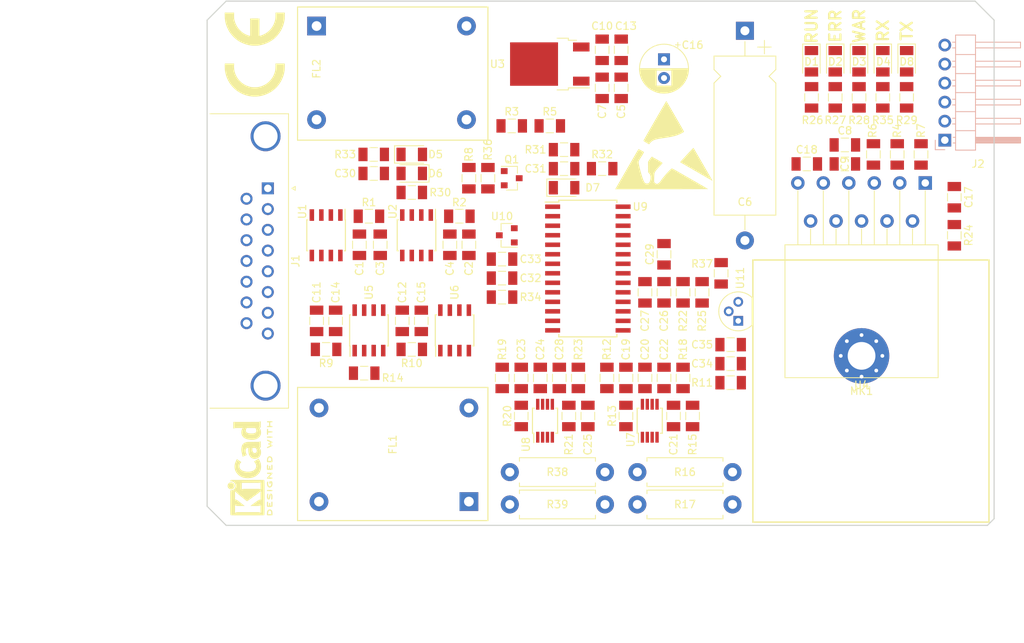
<source format=kicad_pcb>
(kicad_pcb (version 20171130) (host pcbnew "(5.0.0-rc2-dev-444-g2974a2c10)")
  (layers (0 F.Cu signal) (31 B.Cu signal) (34 B.Paste user) (35 F.Paste user) (36 B.SilkS user) (37 F.SilkS user) (38 B.Mask user) (39 F.Mask user) (44 Edge.Cuts user))
  (net 0 "")
  (net 1 "Net-(C1-Pad2)")
  (net 2 GND)
  (net 3 "Net-(C2-Pad2)")
  (net 4 +15V)
  (net 5 +5V)
  (net 6 "Net-(C11-Pad2)")
  (net 7 "Net-(C12-Pad2)")
  (net 8 OCC1)
  (net 9 "Net-(C17-Pad1)")
  (net 10 PWM2)
  (net 11 "Net-(C18-Pad2)")
  (net 12 "Net-(C19-Pad2)")
  (net 13 BMF)
  (net 14 "Net-(C23-Pad2)")
  (net 15 "Net-(C26-Pad2)")
  (net 16 OCC)
  (net 17 CSEN_FLT)
  (net 18 ID_R)
  (net 19 "Net-(C31-Pad2)")
  (net 20 "Net-(D1-Pad2)")
  (net 21 "Net-(D2-Pad2)")
  (net 22 "Net-(D3-Pad2)")
  (net 23 "Net-(D4-Pad2)")
  (net 24 ID)
  (net 25 RST)
  (net 26 OCC2)
  (net 27 PWMO2)
  (net 28 PWMO1)
  (net 29 ICSPDAT)
  (net 30 ICSPCLK)
  (net 31 "Net-(J2-Pad6)")
  (net 32 "Net-(Q1-Pad1)")
  (net 33 "Net-(R3-Pad2)")
  (net 34 BRK)
  (net 35 PWM)
  (net 36 DIR)
  (net 37 "Net-(R8-Pad1)")
  (net 38 "Net-(R13-Pad1)")
  (net 39 "Net-(R13-Pad2)")
  (net 40 TX_ENA)
  (net 41 "Net-(R18-Pad2)")
  (net 42 "Net-(R20-Pad1)")
  (net 43 "Net-(R20-Pad2)")
  (net 44 "Net-(R23-Pad2)")
  (net 45 CSEN)
  (net 46 "Net-(R26-Pad1)")
  (net 47 "Net-(R27-Pad1)")
  (net 48 "Net-(R28-Pad1)")
  (net 49 Reset_A)
  (net 50 Reset_B)
  (net 51 SYNC)
  (net 52 Sync_A)
  (net 53 Sync_B)
  (net 54 TX_B)
  (net 55 TX_A)
  (net 56 TX)
  (net 57 "Net-(U5-Pad1)")
  (net 58 RX_B)
  (net 59 RX_A)
  (net 60 RX)
  (net 61 "Net-(U9-Pad7)")
  (net 62 "Net-(U9-Pad9)")
  (net 63 "Net-(U9-Pad10)")
  (net 64 "Net-(C32-Pad2)")
  (net 65 "Net-(D8-Pad2)")
  (net 66 "Net-(R29-Pad1)")
  (net 67 "Net-(R35-Pad2)")
  (net 68 Vbus_flt)
  (net 69 GNDD)
  (net 70 "Net-(C34-Pad2)")
  (net 71 "Net-(FL2-Pad3)")
  (net 72 Vbus_flt+)
  (net 73 "Net-(U2-Pad2)")
  (net 74 "Net-(U4-Pad9)")
  (net 75 TEMP)
  (net 76 "Net-(R37-Pad1)")
  (net 77 "Net-(C21-Pad2)")
  (net 78 "Net-(C25-Pad2)")
  (net 79 VREF)
  (net 80 "Net-(R16-Pad2)")
  (net 81 "Net-(R17-Pad2)")
  (module Capacitor_SMD:C_1206_3216Metric (layer F.Cu) (at 70.32 82.535 270)
    (fp_text reference C1 (at 3.175 0 270) (layer F.SilkS))
    (fp_text value 22u)
    (pad 2 smd rect (at 1.43 0 270) (size 1.22 1.8) (layers F.Cu F.Paste F.Mask) (net 1 "Net-(C1-Pad2)"))
    (pad 1 smd rect (at -1.43 0 270) (size 1.22 1.8) (layers F.Cu F.Paste F.Mask) (net 2 GND))
  )
  (module Capacitor_SMD:C_1206_3216Metric (layer F.Cu) (at 84.925 82.535 270)
    (fp_text reference C2 (at 3.175 0 270) (layer F.SilkS))
    (fp_text value 22u)
    (pad 1 smd rect (at -1.43 0 270) (size 1.22 1.8) (layers F.Cu F.Paste F.Mask) (net 2 GND))
    (pad 2 smd rect (at 1.43 0 270) (size 1.22 1.8) (layers F.Cu F.Paste F.Mask) (net 3 "Net-(C2-Pad2)"))
  )
  (module Capacitor_SMD:C_1206_3216Metric (layer F.Cu) (at 73.096675 82.535 270)
    (fp_text reference C3 (at 3.175 0 270) (layer F.SilkS))
    (fp_text value 100n)
    (pad 1 smd rect (at -1.43 0 270) (size 1.22 1.8) (layers F.Cu F.Paste F.Mask) (net 2 GND))
    (pad 2 smd rect (at 1.43 0 270) (size 1.22 1.8) (layers F.Cu F.Paste F.Mask) (net 1 "Net-(C1-Pad2)"))
  )
  (module Capacitor_SMD:C_1206_3216Metric (layer F.Cu) (at 82.385 82.535 270)
    (fp_text reference C4 (at 3.175 0 270) (layer F.SilkS))
    (fp_text value 100n)
    (pad 1 smd rect (at -1.43 0 270) (size 1.22 1.8) (layers F.Cu F.Paste F.Mask) (net 2 GND))
    (pad 2 smd rect (at 1.43 0 270) (size 1.22 1.8) (layers F.Cu F.Paste F.Mask) (net 3 "Net-(C2-Pad2)"))
  )
  (module Capacitor_SMD:C_1206_3216Metric (layer F.Cu) (at 105.245 61.58 270)
    (fp_text reference C5 (at 3.175 0 270) (layer F.SilkS))
    (fp_text value 22u)
    (pad 1 smd rect (at -1.43 0 270) (size 1.22 1.8) (layers F.Cu F.Paste F.Mask) (net 2 GND))
    (pad 2 smd rect (at 1.43 0 270) (size 1.22 1.8) (layers F.Cu F.Paste F.Mask) (net 4 +15V))
  )
  (module Capacitor_SMD:C_1206_3216Metric (layer F.Cu) (at 102.705 61.58 270)
    (fp_text reference C7 (at 3.175 0 270) (layer F.SilkS))
    (fp_text value 100n)
    (pad 2 smd rect (at 1.43 0 270) (size 1.22 1.8) (layers F.Cu F.Paste F.Mask) (net 4 +15V))
    (pad 1 smd rect (at -1.43 0 270) (size 1.22 1.8) (layers F.Cu F.Paste F.Mask) (net 2 GND))
  )
  (module Capacitor_SMD:C_1206_3216Metric (layer F.Cu) (at 135.09 69.2)
    (fp_text reference C8 (at 0 -1.905) (layer F.SilkS))
    (fp_text value 22u)
    (pad 1 smd rect (at -1.43 0) (size 1.22 1.8) (layers F.Cu F.Paste F.Mask) (net 2 GND))
    (pad 2 smd rect (at 1.43 0) (size 1.22 1.8) (layers F.Cu F.Paste F.Mask) (net 68 Vbus_flt))
  )
  (module Capacitor_SMD:C_1206_3216Metric (layer F.Cu) (at 135.09 71.74)
    (fp_text reference C9 (at 0 0 90) (layer F.SilkS))
    (fp_text value 100n)
    (pad 2 smd rect (at 1.43 0) (size 1.22 1.8) (layers F.Cu F.Paste F.Mask) (net 68 Vbus_flt))
    (pad 1 smd rect (at -1.43 0) (size 1.22 1.8) (layers F.Cu F.Paste F.Mask) (net 2 GND))
  )
  (module Capacitor_SMD:C_1206_3216Metric (layer F.Cu) (at 102.705 56.5 90)
    (fp_text reference C10 (at 3.175 0 180) (layer F.SilkS))
    (fp_text value 100n)
    (pad 2 smd rect (at 1.43 0 90) (size 1.22 1.8) (layers F.Cu F.Paste F.Mask) (net 5 +5V))
    (pad 1 smd rect (at -1.43 0 90) (size 1.22 1.8) (layers F.Cu F.Paste F.Mask) (net 2 GND))
  )
  (module Capacitor_SMD:C_1206_3216Metric (layer F.Cu) (at 64.605 92.695 90)
    (fp_text reference C11 (at 3.81 0 90) (layer F.SilkS))
    (fp_text value 22u)
    (pad 1 smd rect (at -1.43 0 90) (size 1.22 1.8) (layers F.Cu F.Paste F.Mask) (net 2 GND))
    (pad 2 smd rect (at 1.43 0 90) (size 1.22 1.8) (layers F.Cu F.Paste F.Mask) (net 6 "Net-(C11-Pad2)"))
  )
  (module Capacitor_SMD:C_1206_3216Metric (layer F.Cu) (at 76.035 92.695 90)
    (fp_text reference C12 (at 3.81 0 90) (layer F.SilkS))
    (fp_text value 22u)
    (pad 2 smd rect (at 1.43 0 90) (size 1.22 1.8) (layers F.Cu F.Paste F.Mask) (net 7 "Net-(C12-Pad2)"))
    (pad 1 smd rect (at -1.43 0 90) (size 1.22 1.8) (layers F.Cu F.Paste F.Mask) (net 2 GND))
  )
  (module Capacitor_SMD:C_1206_3216Metric (layer F.Cu) (at 105.245 56.5 90)
    (fp_text reference C13 (at 3.175 0.635 180) (layer F.SilkS))
    (fp_text value 22u)
    (pad 1 smd rect (at -1.43 0 90) (size 1.22 1.8) (layers F.Cu F.Paste F.Mask) (net 2 GND))
    (pad 2 smd rect (at 1.43 0 90) (size 1.22 1.8) (layers F.Cu F.Paste F.Mask) (net 5 +5V))
  )
  (module Capacitor_SMD:C_1206_3216Metric (layer F.Cu) (at 67.145 92.695 90)
    (fp_text reference C14 (at 3.81 0 90) (layer F.SilkS))
    (fp_text value 100n)
    (pad 1 smd rect (at -1.43 0 90) (size 1.22 1.8) (layers F.Cu F.Paste F.Mask) (net 2 GND))
    (pad 2 smd rect (at 1.43 0 90) (size 1.22 1.8) (layers F.Cu F.Paste F.Mask) (net 6 "Net-(C11-Pad2)"))
  )
  (module Capacitor_SMD:C_1206_3216Metric (layer F.Cu) (at 78.575 92.695 90)
    (fp_text reference C15 (at 3.81 0 90) (layer F.SilkS))
    (fp_text value 100n)
    (pad 2 smd rect (at 1.43 0 90) (size 1.22 1.8) (layers F.Cu F.Paste F.Mask) (net 7 "Net-(C12-Pad2)"))
    (pad 1 smd rect (at -1.43 0 90) (size 1.22 1.8) (layers F.Cu F.Paste F.Mask) (net 2 GND))
  )
  (module Capacitor_THT:CP_Radial_D6.3mm_P2.50mm (layer F.Cu) (at 110.96 57.77 270)
    (fp_text reference C16 (at -1.905 -3.81) (layer F.SilkS))
    (fp_text value 100u)
    (pad 1 thru_hole rect (at 0 0 270) (size 1.6 1.6) (drill 0.8) (layers *.Cu *.Mask) (net 5 +5V))
    (pad 2 thru_hole circle (at 2.5 0 270) (size 1.6 1.6) (drill 0.8) (layers *.Cu *.Mask) (net 2 GND))
  )
  (module Capacitor_SMD:C_1206_3216Metric (layer F.Cu) (at 149.695 76.185 270)
    (fp_text reference C17 (at 0 -1.905 270) (layer F.SilkS))
    (fp_text value 10n)
    (pad 2 smd rect (at 1.43 0 270) (size 1.22 1.8) (layers F.Cu F.Paste F.Mask) (net 8 OCC1))
    (pad 1 smd rect (at -1.43 0 270) (size 1.22 1.8) (layers F.Cu F.Paste F.Mask) (net 9 "Net-(C17-Pad1)"))
  )
  (module Capacitor_SMD:C_1206_3216Metric (layer F.Cu) (at 130.01 71.74 180)
    (fp_text reference C18 (at 0 1.905 180) (layer F.SilkS))
    (fp_text value 10n)
    (pad 1 smd rect (at -1.43 0 180) (size 1.22 1.8) (layers F.Cu F.Paste F.Mask) (net 10 PWM2))
    (pad 2 smd rect (at 1.43 0 180) (size 1.22 1.8) (layers F.Cu F.Paste F.Mask) (net 11 "Net-(C18-Pad2)"))
  )
  (module Capacitor_SMD:C_1206_3216Metric (layer F.Cu) (at 105.88 100.315 270)
    (fp_text reference C19 (at -3.81 0 270) (layer F.SilkS))
    (fp_text value 22u)
    (pad 1 smd rect (at -1.43 0 270) (size 1.22 1.8) (layers F.Cu F.Paste F.Mask) (net 2 GND))
    (pad 2 smd rect (at 1.43 0 270) (size 1.22 1.8) (layers F.Cu F.Paste F.Mask) (net 12 "Net-(C19-Pad2)"))
  )
  (module Capacitor_SMD:C_1206_3216Metric (layer F.Cu) (at 108.42 100.315 270)
    (fp_text reference C20 (at -3.81 0 270) (layer F.SilkS))
    (fp_text value 100n)
    (pad 2 smd rect (at 1.43 0 270) (size 1.22 1.8) (layers F.Cu F.Paste F.Mask) (net 12 "Net-(C19-Pad2)"))
    (pad 1 smd rect (at -1.43 0 270) (size 1.22 1.8) (layers F.Cu F.Paste F.Mask) (net 2 GND))
  )
  (module Capacitor_SMD:C_1206_3216Metric (layer F.Cu) (at 112.23 105.395 90)
    (fp_text reference C21 (at -3.81 0 90) (layer F.SilkS))
    (fp_text value 100n)
    (pad 2 smd rect (at 1.43 0 90) (size 1.22 1.8) (layers F.Cu F.Paste F.Mask) (net 77 "Net-(C21-Pad2)"))
    (pad 1 smd rect (at -1.43 0 90) (size 1.22 1.8) (layers F.Cu F.Paste F.Mask) (net 2 GND))
  )
  (module Capacitor_SMD:C_1206_3216Metric (layer F.Cu) (at 110.96 100.315 270)
    (fp_text reference C22 (at -3.81 0 270) (layer F.SilkS))
    (fp_text value 1u)
    (pad 1 smd rect (at -1.43 0 270) (size 1.22 1.8) (layers F.Cu F.Paste F.Mask) (net 2 GND))
    (pad 2 smd rect (at 1.43 0 270) (size 1.22 1.8) (layers F.Cu F.Paste F.Mask) (net 13 BMF))
  )
  (module Capacitor_SMD:C_1206_3216Metric (layer F.Cu) (at 91.91 100.315 270)
    (fp_text reference C23 (at -3.81 0 270) (layer F.SilkS))
    (fp_text value 22u)
    (pad 2 smd rect (at 1.43 0 270) (size 1.22 1.8) (layers F.Cu F.Paste F.Mask) (net 14 "Net-(C23-Pad2)"))
    (pad 1 smd rect (at -1.43 0 270) (size 1.22 1.8) (layers F.Cu F.Paste F.Mask) (net 2 GND))
  )
  (module Capacitor_SMD:C_1206_3216Metric (layer F.Cu) (at 94.45 100.315 270)
    (fp_text reference C24 (at -3.81 0 270) (layer F.SilkS))
    (fp_text value 100n)
    (pad 1 smd rect (at -1.43 0 270) (size 1.22 1.8) (layers F.Cu F.Paste F.Mask) (net 2 GND))
    (pad 2 smd rect (at 1.43 0 270) (size 1.22 1.8) (layers F.Cu F.Paste F.Mask) (net 14 "Net-(C23-Pad2)"))
  )
  (module Capacitor_SMD:C_1206_3216Metric (layer F.Cu) (at 100.8 105.395 90)
    (fp_text reference C25 (at -3.81 0 90) (layer F.SilkS))
    (fp_text value 100n)
    (pad 1 smd rect (at -1.43 0 90) (size 1.22 1.8) (layers F.Cu F.Paste F.Mask) (net 2 GND))
    (pad 2 smd rect (at 1.43 0 90) (size 1.22 1.8) (layers F.Cu F.Paste F.Mask) (net 78 "Net-(C25-Pad2)"))
  )
  (module Capacitor_SMD:C_1206_3216Metric (layer F.Cu) (at 110.96 88.882479 90)
    (fp_text reference C26 (at -3.81 0 90) (layer F.SilkS))
    (fp_text value 22u)
    (pad 2 smd rect (at 1.43 0 90) (size 1.22 1.8) (layers F.Cu F.Paste F.Mask) (net 15 "Net-(C26-Pad2)"))
    (pad 1 smd rect (at -1.43 0 90) (size 1.22 1.8) (layers F.Cu F.Paste F.Mask) (net 2 GND))
  )
  (module Capacitor_SMD:C_1206_3216Metric (layer F.Cu) (at 108.42 88.885 90)
    (fp_text reference C27 (at -3.81 0 90) (layer F.SilkS))
    (fp_text value 100n)
    (pad 1 smd rect (at -1.43 0 90) (size 1.22 1.8) (layers F.Cu F.Paste F.Mask) (net 2 GND))
    (pad 2 smd rect (at 1.43 0 90) (size 1.22 1.8) (layers F.Cu F.Paste F.Mask) (net 15 "Net-(C26-Pad2)"))
  )
  (module Capacitor_SMD:C_1206_3216Metric (layer F.Cu) (at 96.99 100.315 270)
    (fp_text reference C28 (at -3.81 0 270) (layer F.SilkS))
    (fp_text value 1u)
    (pad 1 smd rect (at -1.43 0 270) (size 1.22 1.8) (layers F.Cu F.Paste F.Mask) (net 2 GND))
    (pad 2 smd rect (at 1.43 0 270) (size 1.22 1.8) (layers F.Cu F.Paste F.Mask) (net 16 OCC))
  )
  (module Capacitor_SMD:C_1206_3216Metric (layer F.Cu) (at 110.96 83.805 270)
    (fp_text reference C29 (at 0 1.905 270) (layer F.SilkS))
    (fp_text value 22u)
    (pad 2 smd rect (at 1.43 0 270) (size 1.22 1.8) (layers F.Cu F.Paste F.Mask) (net 17 CSEN_FLT))
    (pad 1 smd rect (at -1.43 0 270) (size 1.22 1.8) (layers F.Cu F.Paste F.Mask) (net 2 GND))
  )
  (module Capacitor_SMD:C_1206_3216Metric (layer F.Cu) (at 72.225 73.01 180)
    (fp_text reference C30 (at 3.81 0 180) (layer F.SilkS))
    (fp_text value 22u)
    (pad 2 smd rect (at 1.43 0 180) (size 1.22 1.8) (layers F.Cu F.Paste F.Mask) (net 18 ID_R))
    (pad 1 smd rect (at -1.43 0 180) (size 1.22 1.8) (layers F.Cu F.Paste F.Mask) (net 2 GND))
  )
  (module Capacitor_SMD:C_1206_3216Metric (layer F.Cu) (at 97.625 72.375)
    (fp_text reference C31 (at -3.81 0) (layer F.SilkS))
    (fp_text value 100n)
    (pad 2 smd rect (at 1.43 0) (size 1.22 1.8) (layers F.Cu F.Paste F.Mask) (net 19 "Net-(C31-Pad2)"))
    (pad 1 smd rect (at -1.43 0) (size 1.22 1.8) (layers F.Cu F.Paste F.Mask) (net 2 GND))
  )
  (module LED_SMD:LED_1206_3216Metric (layer F.Cu) (at 130.629947 58.030757 270)
    (fp_text reference D1 (at 0.056743 -0.015053) (layer F.SilkS))
    (fp_text value LED)
    (pad 1 smd rect (at -1.43 0 270) (size 1.22 1.8) (layers F.Cu F.Paste F.Mask) (net 2 GND))
    (pad 2 smd rect (at 1.43 0 270) (size 1.22 1.8) (layers F.Cu F.Paste F.Mask) (net 20 "Net-(D1-Pad2)"))
  )
  (module LED_SMD:LED_1206_3216Metric (layer F.Cu) (at 133.804947 58.030757 270)
    (fp_text reference D2 (at 0.056743 -0.015053) (layer F.SilkS))
    (fp_text value LED)
    (pad 1 smd rect (at -1.43 0 270) (size 1.22 1.8) (layers F.Cu F.Paste F.Mask) (net 2 GND))
    (pad 2 smd rect (at 1.43 0 270) (size 1.22 1.8) (layers F.Cu F.Paste F.Mask) (net 21 "Net-(D2-Pad2)"))
  )
  (module LED_SMD:LED_1206_3216Metric (layer F.Cu) (at 136.979947 58.030757 270)
    (fp_text reference D3 (at 0.056743 -0.015053) (layer F.SilkS))
    (fp_text value LED)
    (pad 2 smd rect (at 1.43 0 270) (size 1.22 1.8) (layers F.Cu F.Paste F.Mask) (net 22 "Net-(D3-Pad2)"))
    (pad 1 smd rect (at -1.43 0 270) (size 1.22 1.8) (layers F.Cu F.Paste F.Mask) (net 2 GND))
  )
  (module LED_SMD:LED_1206_3216Metric (layer F.Cu) (at 140.154947 58.030757 270)
    (fp_text reference D4 (at 0.056743 -0.078553) (layer F.SilkS))
    (fp_text value LED)
    (pad 2 smd rect (at 1.43 0 270) (size 1.22 1.8) (layers F.Cu F.Paste F.Mask) (net 23 "Net-(D4-Pad2)"))
    (pad 1 smd rect (at -1.43 0 270) (size 1.22 1.8) (layers F.Cu F.Paste F.Mask) (net 2 GND))
  )
  (module Diode_SMD:D_1206_3216Metric (layer F.Cu) (at 77.305 70.47)
    (fp_text reference D5 (at 3.175 0) (layer F.SilkS))
    (fp_text value 1n4148)
    (pad 1 smd rect (at -1.43 0) (size 1.22 1.8) (layers F.Cu F.Paste F.Mask) (net 5 +5V))
    (pad 2 smd rect (at 1.43 0) (size 1.22 1.8) (layers F.Cu F.Paste F.Mask) (net 24 ID))
  )
  (module Diode_SMD:D_1206_3216Metric (layer F.Cu) (at 77.305 73.01 180)
    (fp_text reference D6 (at -3.175 0 180) (layer F.SilkS))
    (fp_text value 1n4148)
    (pad 2 smd rect (at 1.43 0 180) (size 1.22 1.8) (layers F.Cu F.Paste F.Mask) (net 2 GND))
    (pad 1 smd rect (at -1.43 0 180) (size 1.22 1.8) (layers F.Cu F.Paste F.Mask) (net 24 ID))
  )
  (module Diode_SMD:D_1206_3216Metric (layer F.Cu) (at 97.625 74.915)
    (fp_text reference D7 (at 3.81 0) (layer F.SilkS))
    (fp_text value 1n4148)
    (pad 1 smd rect (at -1.43 0) (size 1.22 1.8) (layers F.Cu F.Paste F.Mask) (net 25 RST))
    (pad 2 smd rect (at 1.43 0) (size 1.22 1.8) (layers F.Cu F.Paste F.Mask) (net 19 "Net-(C31-Pad2)"))
  )
  (module Package_TO_SOT_SMD:SOT-23 (layer F.Cu) (at 90.64 73.645)
    (fp_text reference Q1 (at 0 -2.5) (layer F.SilkS))
    (fp_text value 2N7002)
    (pad 1 smd rect (at -1 -0.95) (size 0.9 0.8) (layers F.Cu F.Paste F.Mask) (net 32 "Net-(Q1-Pad1)"))
    (pad 2 smd rect (at -1 0.95) (size 0.9 0.8) (layers F.Cu F.Paste F.Mask) (net 2 GND))
    (pad 3 smd rect (at 1 0) (size 0.9 0.8) (layers F.Cu F.Paste F.Mask) (net 25 RST))
  )
  (module Resistor_SMD:R_1206_3216Metric (layer F.Cu) (at 71.59 78.725)
    (fp_text reference R1 (at 0 -1.85) (layer F.SilkS))
    (fp_text value 10E)
    (pad 2 smd rect (at 1.43 0) (size 1.22 1.8) (layers F.Cu F.Paste F.Mask) (net 5 +5V))
    (pad 1 smd rect (at -1.43 0) (size 1.22 1.8) (layers F.Cu F.Paste F.Mask) (net 1 "Net-(C1-Pad2)"))
  )
  (module Resistor_SMD:R_1206_3216Metric (layer F.Cu) (at 83.655 78.725)
    (fp_text reference R2 (at 0 -1.85) (layer F.SilkS))
    (fp_text value 10E)
    (pad 2 smd rect (at 1.43 0) (size 1.22 1.8) (layers F.Cu F.Paste F.Mask) (net 5 +5V))
    (pad 1 smd rect (at -1.43 0) (size 1.22 1.8) (layers F.Cu F.Paste F.Mask) (net 3 "Net-(C2-Pad2)"))
  )
  (module Resistor_SMD:R_1206_3216Metric (layer F.Cu) (at 90.64 66.66)
    (fp_text reference R3 (at 0 -1.905) (layer F.SilkS))
    (fp_text value 10E)
    (pad 2 smd rect (at 1.43 0) (size 1.22 1.8) (layers F.Cu F.Paste F.Mask) (net 33 "Net-(R3-Pad2)"))
    (pad 1 smd rect (at -1.43 0) (size 1.22 1.8) (layers F.Cu F.Paste F.Mask) (net 72 Vbus_flt+))
  )
  (module Resistor_SMD:R_1206_3216Metric (layer F.Cu) (at 142.075 70.47 90)
    (fp_text reference R4 (at 3.175 0 270) (layer F.SilkS))
    (fp_text value 4K7)
    (pad 2 smd rect (at 1.43 0 90) (size 1.22 1.8) (layers F.Cu F.Paste F.Mask) (net 5 +5V))
    (pad 1 smd rect (at -1.43 0 90) (size 1.22 1.8) (layers F.Cu F.Paste F.Mask) (net 34 BRK))
  )
  (module Resistor_SMD:R_1206_3216Metric (layer F.Cu) (at 95.72 66.66)
    (fp_text reference R5 (at 0 -1.905) (layer F.SilkS))
    (fp_text value 10E)
    (pad 1 smd rect (at -1.43 0) (size 1.22 1.8) (layers F.Cu F.Paste F.Mask) (net 33 "Net-(R3-Pad2)"))
    (pad 2 smd rect (at 1.43 0) (size 1.22 1.8) (layers F.Cu F.Paste F.Mask) (net 4 +15V))
  )
  (module Resistor_SMD:R_1206_3216Metric (layer F.Cu) (at 138.9 70.47 270)
    (fp_text reference R6 (at -3.175 0.11684 270) (layer F.SilkS))
    (fp_text value 4K7)
    (pad 1 smd rect (at -1.43 0 270) (size 1.22 1.8) (layers F.Cu F.Paste F.Mask) (net 2 GND))
    (pad 2 smd rect (at 1.43 0 270) (size 1.22 1.8) (layers F.Cu F.Paste F.Mask) (net 35 PWM))
  )
  (module Resistor_SMD:R_1206_3216Metric (layer F.Cu) (at 145.25 70.47 270)
    (fp_text reference R7 (at -3.175 0 270) (layer F.SilkS))
    (fp_text value 4K7)
    (pad 1 smd rect (at -1.43 0 270) (size 1.22 1.8) (layers F.Cu F.Paste F.Mask) (net 2 GND))
    (pad 2 smd rect (at 1.43 0 270) (size 1.22 1.8) (layers F.Cu F.Paste F.Mask) (net 36 DIR))
  )
  (module Resistor_SMD:R_1206_3216Metric (layer F.Cu) (at 84.925 73.645 90)
    (fp_text reference R8 (at 3.175 0 90) (layer F.SilkS))
    (fp_text value 100E)
    (pad 1 smd rect (at -1.43 0 90) (size 1.22 1.8) (layers F.Cu F.Paste F.Mask) (net 37 "Net-(R8-Pad1)"))
    (pad 2 smd rect (at 1.43 0 90) (size 1.22 1.8) (layers F.Cu F.Paste F.Mask) (net 32 "Net-(Q1-Pad1)"))
  )
  (module Resistor_SMD:R_1206_3216Metric (layer F.Cu) (at 65.875 96.505 180)
    (fp_text reference R9 (at 0 -1.85 180) (layer F.SilkS))
    (fp_text value 10E)
    (pad 1 smd rect (at -1.43 0 180) (size 1.22 1.8) (layers F.Cu F.Paste F.Mask) (net 6 "Net-(C11-Pad2)"))
    (pad 2 smd rect (at 1.43 0 180) (size 1.22 1.8) (layers F.Cu F.Paste F.Mask) (net 5 +5V))
  )
  (module Resistor_SMD:R_1206_3216Metric (layer F.Cu) (at 77.305 96.505 180)
    (fp_text reference R10 (at 0 -1.85 180) (layer F.SilkS))
    (fp_text value 10E)
    (pad 1 smd rect (at -1.43 0 180) (size 1.22 1.8) (layers F.Cu F.Paste F.Mask) (net 7 "Net-(C12-Pad2)"))
    (pad 2 smd rect (at 1.43 0 180) (size 1.22 1.8) (layers F.Cu F.Paste F.Mask) (net 5 +5V))
  )
  (module Resistor_SMD:R_1206_3216Metric (layer F.Cu) (at 119.85 100.95)
    (fp_text reference R11 (at -3.81 0) (layer F.SilkS))
    (fp_text value 10E)
    (pad 2 smd rect (at 1.43 0) (size 1.22 1.8) (layers F.Cu F.Paste F.Mask) (net 5 +5V))
    (pad 1 smd rect (at -1.43 0) (size 1.22 1.8) (layers F.Cu F.Paste F.Mask) (net 70 "Net-(C34-Pad2)"))
  )
  (module Resistor_SMD:R_1206_3216Metric (layer F.Cu) (at 103.34 100.315 270)
    (fp_text reference R12 (at -3.81 0 270) (layer F.SilkS))
    (fp_text value 10E)
    (pad 2 smd rect (at 1.43 0 270) (size 1.22 1.8) (layers F.Cu F.Paste F.Mask) (net 12 "Net-(C19-Pad2)"))
    (pad 1 smd rect (at -1.43 0 270) (size 1.22 1.8) (layers F.Cu F.Paste F.Mask) (net 5 +5V))
  )
  (module Resistor_SMD:R_1206_3216Metric (layer F.Cu) (at 105.88 105.395 90)
    (fp_text reference R13 (at 0 -1.85 90) (layer F.SilkS))
    (fp_text value 10E)
    (pad 1 smd rect (at -1.43 0 90) (size 1.22 1.8) (layers F.Cu F.Paste F.Mask) (net 38 "Net-(R13-Pad1)"))
    (pad 2 smd rect (at 1.43 0 90) (size 1.22 1.8) (layers F.Cu F.Paste F.Mask) (net 39 "Net-(R13-Pad2)"))
  )
  (module Resistor_SMD:R_1206_3216Metric (layer F.Cu) (at 70.955 99.68)
    (fp_text reference R14 (at 3.81 0.635) (layer F.SilkS))
    (fp_text value 4K7)
    (pad 2 smd rect (at 1.43 0) (size 1.22 1.8) (layers F.Cu F.Paste F.Mask) (net 40 TX_ENA))
    (pad 1 smd rect (at -1.43 0) (size 1.22 1.8) (layers F.Cu F.Paste F.Mask) (net 2 GND))
  )
  (module Resistor_SMD:R_1206_3216Metric (layer F.Cu) (at 114.77 105.395 270)
    (fp_text reference R15 (at 3.81 0 270) (layer F.SilkS))
    (fp_text value 10E)
    (pad 2 smd rect (at 1.43 0 270) (size 1.22 1.8) (layers F.Cu F.Paste F.Mask) (net 77 "Net-(C21-Pad2)"))
    (pad 1 smd rect (at -1.43 0 270) (size 1.22 1.8) (layers F.Cu F.Paste F.Mask) (net 79 VREF))
  )
  (module Resistor_SMD:R_1206_3216Metric (layer F.Cu) (at 113.5 100.315 90)
    (fp_text reference R18 (at 3.81 0 90) (layer F.SilkS))
    (fp_text value 100E)
    (pad 1 smd rect (at -1.43 0 90) (size 1.22 1.8) (layers F.Cu F.Paste F.Mask) (net 13 BMF))
    (pad 2 smd rect (at 1.43 0 90) (size 1.22 1.8) (layers F.Cu F.Paste F.Mask) (net 41 "Net-(R18-Pad2)"))
  )
  (module Resistor_SMD:R_1206_3216Metric (layer F.Cu) (at 89.37 100.315 270)
    (fp_text reference R19 (at -3.81 0 270) (layer F.SilkS))
    (fp_text value 10E)
    (pad 2 smd rect (at 1.43 0 270) (size 1.22 1.8) (layers F.Cu F.Paste F.Mask) (net 14 "Net-(C23-Pad2)"))
    (pad 1 smd rect (at -1.43 0 270) (size 1.22 1.8) (layers F.Cu F.Paste F.Mask) (net 5 +5V))
  )
  (module Resistor_SMD:R_1206_3216Metric (layer F.Cu) (at 91.91 105.395 90)
    (fp_text reference R20 (at 0 -1.85 90) (layer F.SilkS))
    (fp_text value 10E)
    (pad 1 smd rect (at -1.43 0 90) (size 1.22 1.8) (layers F.Cu F.Paste F.Mask) (net 42 "Net-(R20-Pad1)"))
    (pad 2 smd rect (at 1.43 0 90) (size 1.22 1.8) (layers F.Cu F.Paste F.Mask) (net 43 "Net-(R20-Pad2)"))
  )
  (module Resistor_SMD:R_1206_3216Metric (layer F.Cu) (at 98.26 105.395 270)
    (fp_text reference R21 (at 3.81 0 270) (layer F.SilkS))
    (fp_text value 10E)
    (pad 2 smd rect (at 1.43 0 270) (size 1.22 1.8) (layers F.Cu F.Paste F.Mask) (net 78 "Net-(C25-Pad2)"))
    (pad 1 smd rect (at -1.43 0 270) (size 1.22 1.8) (layers F.Cu F.Paste F.Mask) (net 79 VREF))
  )
  (module Resistor_SMD:R_1206_3216Metric (layer F.Cu) (at 113.5 88.882479 90)
    (fp_text reference R22 (at -3.81 0 90) (layer F.SilkS))
    (fp_text value 10E)
    (pad 1 smd rect (at -1.43 0 90) (size 1.22 1.8) (layers F.Cu F.Paste F.Mask) (net 5 +5V))
    (pad 2 smd rect (at 1.43 0 90) (size 1.22 1.8) (layers F.Cu F.Paste F.Mask) (net 15 "Net-(C26-Pad2)"))
  )
  (module Resistor_SMD:R_1206_3216Metric (layer F.Cu) (at 99.53 100.315 90)
    (fp_text reference R23 (at 3.81 0 90) (layer F.SilkS))
    (fp_text value 100E)
    (pad 1 smd rect (at -1.43 0 90) (size 1.22 1.8) (layers F.Cu F.Paste F.Mask) (net 16 OCC))
    (pad 2 smd rect (at 1.43 0 90) (size 1.22 1.8) (layers F.Cu F.Paste F.Mask) (net 44 "Net-(R23-Pad2)"))
  )
  (module Resistor_SMD:R_1206_3216Metric (layer F.Cu) (at 149.695 81.265 270)
    (fp_text reference R24 (at 0 -1.905 270) (layer F.SilkS))
    (fp_text value 3K3)
    (pad 2 smd rect (at 1.43 0 270) (size 1.22 1.8) (layers F.Cu F.Paste F.Mask) (net 45 CSEN))
    (pad 1 smd rect (at -1.43 0 270) (size 1.22 1.8) (layers F.Cu F.Paste F.Mask) (net 2 GND))
  )
  (module Resistor_SMD:R_1206_3216Metric (layer F.Cu) (at 116.04 88.885 90)
    (fp_text reference R25 (at -3.81 0 90) (layer F.SilkS))
    (fp_text value 1K)
    (pad 1 smd rect (at -1.43 0 90) (size 1.22 1.8) (layers F.Cu F.Paste F.Mask) (net 45 CSEN))
    (pad 2 smd rect (at 1.43 0 90) (size 1.22 1.8) (layers F.Cu F.Paste F.Mask) (net 17 CSEN_FLT))
  )
  (module Resistor_SMD:R_1206_3216Metric (layer F.Cu) (at 130.645 62.85 90)
    (fp_text reference R26 (at -3.048 0.127 180) (layer F.SilkS))
    (fp_text value 330E)
    (pad 2 smd rect (at 1.43 0 90) (size 1.22 1.8) (layers F.Cu F.Paste F.Mask) (net 20 "Net-(D1-Pad2)"))
    (pad 1 smd rect (at -1.43 0 90) (size 1.22 1.8) (layers F.Cu F.Paste F.Mask) (net 46 "Net-(R26-Pad1)"))
  )
  (module Resistor_SMD:R_1206_3216Metric (layer F.Cu) (at 133.804947 62.85 90)
    (fp_text reference R27 (at -3.048 0.015053 180) (layer F.SilkS))
    (fp_text value 330E)
    (pad 1 smd rect (at -1.43 0 90) (size 1.22 1.8) (layers F.Cu F.Paste F.Mask) (net 47 "Net-(R27-Pad1)"))
    (pad 2 smd rect (at 1.43 0 90) (size 1.22 1.8) (layers F.Cu F.Paste F.Mask) (net 21 "Net-(D2-Pad2)"))
  )
  (module Resistor_SMD:R_1206_3216Metric (layer F.Cu) (at 136.979947 62.85 90)
    (fp_text reference R28 (at -3.048 0.015053 180) (layer F.SilkS))
    (fp_text value 330E)
    (pad 2 smd rect (at 1.43 0 90) (size 1.22 1.8) (layers F.Cu F.Paste F.Mask) (net 22 "Net-(D3-Pad2)"))
    (pad 1 smd rect (at -1.43 0 90) (size 1.22 1.8) (layers F.Cu F.Paste F.Mask) (net 48 "Net-(R28-Pad1)"))
  )
  (module Resistor_SMD:R_1206_3216Metric (layer F.Cu) (at 143.329947 62.85 90)
    (fp_text reference R29 (at -3.048 0.015053 180) (layer F.SilkS))
    (fp_text value 330E)
    (pad 2 smd rect (at 1.43 0 90) (size 1.22 1.8) (layers F.Cu F.Paste F.Mask) (net 65 "Net-(D8-Pad2)"))
    (pad 1 smd rect (at -1.43 0 90) (size 1.22 1.8) (layers F.Cu F.Paste F.Mask) (net 66 "Net-(R29-Pad1)"))
  )
  (module Resistor_SMD:R_1206_3216Metric (layer F.Cu) (at 77.305 75.55)
    (fp_text reference R30 (at 3.81 0) (layer F.SilkS))
    (fp_text value 1K)
    (pad 1 smd rect (at -1.43 0) (size 1.22 1.8) (layers F.Cu F.Paste F.Mask) (net 18 ID_R))
    (pad 2 smd rect (at 1.43 0) (size 1.22 1.8) (layers F.Cu F.Paste F.Mask) (net 24 ID))
  )
  (module Resistor_SMD:R_1206_3216Metric (layer F.Cu) (at 97.625 69.835 180)
    (fp_text reference R31 (at 3.81 0 180) (layer F.SilkS))
    (fp_text value 100K)
    (pad 1 smd rect (at -1.43 0 180) (size 1.22 1.8) (layers F.Cu F.Paste F.Mask) (net 19 "Net-(C31-Pad2)"))
    (pad 2 smd rect (at 1.43 0 180) (size 1.22 1.8) (layers F.Cu F.Paste F.Mask) (net 2 GND))
  )
  (module Resistor_SMD:R_1206_3216Metric (layer F.Cu) (at 102.705 72.372479 180)
    (fp_text reference R32 (at 0 1.905 180) (layer F.SilkS))
    (fp_text value 10K)
    (pad 1 smd rect (at -1.43 0 180) (size 1.22 1.8) (layers F.Cu F.Paste F.Mask) (net 5 +5V))
    (pad 2 smd rect (at 1.43 0 180) (size 1.22 1.8) (layers F.Cu F.Paste F.Mask) (net 19 "Net-(C31-Pad2)"))
  )
  (module Resistor_SMD:R_1206_3216Metric (layer F.Cu) (at 72.225 70.47 180)
    (fp_text reference R33 (at 3.81 0 180) (layer F.SilkS))
    (fp_text value 1K)
    (pad 2 smd rect (at 1.43 0 180) (size 1.22 1.8) (layers F.Cu F.Paste F.Mask) (net 18 ID_R))
    (pad 1 smd rect (at -1.43 0 180) (size 1.22 1.8) (layers F.Cu F.Paste F.Mask) (net 5 +5V))
  )
  (module Package_SO:SOIC-8_3.9x4.9mm_P1.27mm (layer F.Cu) (at 65.875 81.265 270)
    (fp_text reference U1 (at -3.175 3.175 270) (layer F.SilkS))
    (fp_text value ST485EBDR)
    (pad 1 smd rect (at -2.7 -1.905 270) (size 1.55 0.6) (layers F.Cu F.Paste F.Mask) (net 37 "Net-(R8-Pad1)"))
    (pad 2 smd rect (at -2.7 -0.635 270) (size 1.55 0.6) (layers F.Cu F.Paste F.Mask) (net 2 GND))
    (pad 3 smd rect (at -2.7 0.635 270) (size 1.55 0.6) (layers F.Cu F.Paste F.Mask) (net 2 GND))
    (pad 4 smd rect (at -2.7 1.905 270) (size 1.55 0.6) (layers F.Cu F.Paste F.Mask) (net 2 GND))
    (pad 5 smd rect (at 2.7 1.905 270) (size 1.55 0.6) (layers F.Cu F.Paste F.Mask) (net 2 GND))
    (pad 6 smd rect (at 2.7 0.635 270) (size 1.55 0.6) (layers F.Cu F.Paste F.Mask) (net 49 Reset_A))
    (pad 7 smd rect (at 2.7 -0.635 270) (size 1.55 0.6) (layers F.Cu F.Paste F.Mask) (net 50 Reset_B))
    (pad 8 smd rect (at 2.7 -1.905 270) (size 1.55 0.6) (layers F.Cu F.Paste F.Mask) (net 1 "Net-(C1-Pad2)"))
  )
  (module Package_SO:SOIC-8_3.9x4.9mm_P1.27mm (layer F.Cu) (at 77.94 81.265 270)
    (fp_text reference U2 (at -3.175 3.175 270) (layer F.SilkS))
    (fp_text value ST485EBDR)
    (pad 1 smd rect (at -2.7 -1.905 270) (size 1.55 0.6) (layers F.Cu F.Paste F.Mask) (net 51 SYNC))
    (pad 2 smd rect (at -2.7 -0.635 270) (size 1.55 0.6) (layers F.Cu F.Paste F.Mask) (net 73 "Net-(U2-Pad2)"))
    (pad 3 smd rect (at -2.7 0.635 270) (size 1.55 0.6) (layers F.Cu F.Paste F.Mask) (net 73 "Net-(U2-Pad2)"))
    (pad 4 smd rect (at -2.7 1.905 270) (size 1.55 0.6) (layers F.Cu F.Paste F.Mask) (net 73 "Net-(U2-Pad2)"))
    (pad 5 smd rect (at 2.7 1.905 270) (size 1.55 0.6) (layers F.Cu F.Paste F.Mask) (net 73 "Net-(U2-Pad2)"))
    (pad 6 smd rect (at 2.7 0.635 270) (size 1.55 0.6) (layers F.Cu F.Paste F.Mask) (net 52 Sync_A))
    (pad 7 smd rect (at 2.7 -0.635 270) (size 1.55 0.6) (layers F.Cu F.Paste F.Mask) (net 53 Sync_B))
    (pad 8 smd rect (at 2.7 -1.905 270) (size 1.55 0.6) (layers F.Cu F.Paste F.Mask) (net 3 "Net-(C2-Pad2)"))
  )
  (module Package_TO_SOT_SMD:TO-252-2 (layer F.Cu) (at 95.72 58.405 180)
    (fp_text reference U3 (at 6.985 0 180) (layer F.SilkS))
    (fp_text value LM78M05_TO252)
    (pad 1 smd rect (at -4.2 -2.28 180) (size 2.2 1.2) (layers F.Cu F.Paste F.Mask) (net 4 +15V))
    (pad 3 smd rect (at -4.2 2.28 180) (size 2.2 1.2) (layers F.Cu F.Paste F.Mask) (net 5 +5V))
    (pad 2 smd rect (at 2.1 0 180) (size 6.4 5.8) (layers F.Cu F.Mask) (net 2 GND))
  )
  (module Package_SO:SOIC-8_3.9x4.9mm_P1.27mm (layer F.Cu) (at 71.59 93.965 90)
    (fp_text reference U5 (at 5.08 0 90) (layer F.SilkS))
    (fp_text value ST485EBDR)
    (pad 8 smd rect (at 2.7 -1.905 90) (size 1.55 0.6) (layers F.Cu F.Paste F.Mask) (net 6 "Net-(C11-Pad2)"))
    (pad 7 smd rect (at 2.7 -0.635 90) (size 1.55 0.6) (layers F.Cu F.Paste F.Mask) (net 54 TX_B))
    (pad 6 smd rect (at 2.7 0.635 90) (size 1.55 0.6) (layers F.Cu F.Paste F.Mask) (net 55 TX_A))
    (pad 5 smd rect (at 2.7 1.905 90) (size 1.55 0.6) (layers F.Cu F.Paste F.Mask) (net 2 GND))
    (pad 4 smd rect (at -2.7 1.905 90) (size 1.55 0.6) (layers F.Cu F.Paste F.Mask) (net 56 TX))
    (pad 3 smd rect (at -2.7 0.635 90) (size 1.55 0.6) (layers F.Cu F.Paste F.Mask) (net 40 TX_ENA))
    (pad 2 smd rect (at -2.7 -0.635 90) (size 1.55 0.6) (layers F.Cu F.Paste F.Mask) (net 6 "Net-(C11-Pad2)"))
    (pad 1 smd rect (at -2.7 -1.905 90) (size 1.55 0.6) (layers F.Cu F.Paste F.Mask) (net 57 "Net-(U5-Pad1)"))
  )
  (module Package_SO:SOIC-8_3.9x4.9mm_P1.27mm (layer F.Cu) (at 83.02 93.965 90)
    (fp_text reference U6 (at 5.08 0 90) (layer F.SilkS))
    (fp_text value ST485EBDR)
    (pad 8 smd rect (at 2.7 -1.905 90) (size 1.55 0.6) (layers F.Cu F.Paste F.Mask) (net 7 "Net-(C12-Pad2)"))
    (pad 7 smd rect (at 2.7 -0.635 90) (size 1.55 0.6) (layers F.Cu F.Paste F.Mask) (net 58 RX_B))
    (pad 6 smd rect (at 2.7 0.635 90) (size 1.55 0.6) (layers F.Cu F.Paste F.Mask) (net 59 RX_A))
    (pad 5 smd rect (at 2.7 1.905 90) (size 1.55 0.6) (layers F.Cu F.Paste F.Mask) (net 2 GND))
    (pad 4 smd rect (at -2.7 1.905 90) (size 1.55 0.6) (layers F.Cu F.Paste F.Mask) (net 2 GND))
    (pad 3 smd rect (at -2.7 0.635 90) (size 1.55 0.6) (layers F.Cu F.Paste F.Mask) (net 2 GND))
    (pad 2 smd rect (at -2.7 -0.635 90) (size 1.55 0.6) (layers F.Cu F.Paste F.Mask) (net 2 GND))
    (pad 1 smd rect (at -2.7 -1.905 90) (size 1.55 0.6) (layers F.Cu F.Paste F.Mask) (net 60 RX))
  )
  (module Package_SO:MSOP-8_3x3mm_P0.65mm (layer F.Cu) (at 109.055 106.03 90)
    (fp_text reference U7 (at -2.54 -2.54 90) (layer F.SilkS))
    (fp_text value INA326)
    (pad 1 smd rect (at -2.2 -0.975 90) (size 1.45 0.45) (layers F.Cu F.Paste F.Mask) (net 38 "Net-(R13-Pad1)"))
    (pad 2 smd rect (at -2.2 -0.325 90) (size 1.45 0.45) (layers F.Cu F.Paste F.Mask) (net 10 PWM2))
    (pad 3 smd rect (at -2.2 0.325 90) (size 1.45 0.45) (layers F.Cu F.Paste F.Mask) (net 8 OCC1))
    (pad 4 smd rect (at -2.2 0.975 90) (size 1.45 0.45) (layers F.Cu F.Paste F.Mask) (net 2 GND))
    (pad 5 smd rect (at 2.2 0.975 90) (size 1.45 0.45) (layers F.Cu F.Paste F.Mask) (net 77 "Net-(C21-Pad2)"))
    (pad 6 smd rect (at 2.2 0.325 90) (size 1.45 0.45) (layers F.Cu F.Paste F.Mask) (net 41 "Net-(R18-Pad2)"))
    (pad 7 smd rect (at 2.2 -0.325 90) (size 1.45 0.45) (layers F.Cu F.Paste F.Mask) (net 12 "Net-(C19-Pad2)"))
    (pad 8 smd rect (at 2.2 -0.975 90) (size 1.45 0.45) (layers F.Cu F.Paste F.Mask) (net 39 "Net-(R13-Pad2)"))
  )
  (module Package_SO:MSOP-8_3x3mm_P0.65mm (layer F.Cu) (at 95.085 106.03 90)
    (fp_text reference U8 (at -3.175 -2.54 90) (layer F.SilkS))
    (fp_text value INA326)
    (pad 8 smd rect (at 2.2 -0.975 90) (size 1.45 0.45) (layers F.Cu F.Paste F.Mask) (net 43 "Net-(R20-Pad2)"))
    (pad 7 smd rect (at 2.2 -0.325 90) (size 1.45 0.45) (layers F.Cu F.Paste F.Mask) (net 14 "Net-(C23-Pad2)"))
    (pad 6 smd rect (at 2.2 0.325 90) (size 1.45 0.45) (layers F.Cu F.Paste F.Mask) (net 44 "Net-(R23-Pad2)"))
    (pad 5 smd rect (at 2.2 0.975 90) (size 1.45 0.45) (layers F.Cu F.Paste F.Mask) (net 78 "Net-(C25-Pad2)"))
    (pad 4 smd rect (at -2.2 0.975 90) (size 1.45 0.45) (layers F.Cu F.Paste F.Mask) (net 2 GND))
    (pad 3 smd rect (at -2.2 0.325 90) (size 1.45 0.45) (layers F.Cu F.Paste F.Mask) (net 8 OCC1))
    (pad 2 smd rect (at -2.2 -0.325 90) (size 1.45 0.45) (layers F.Cu F.Paste F.Mask) (net 26 OCC2))
    (pad 1 smd rect (at -2.2 -0.975 90) (size 1.45 0.45) (layers F.Cu F.Paste F.Mask) (net 42 "Net-(R20-Pad1)"))
  )
  (module Package_SO:SOIC-28W_7.5x17.9mm_P1.27mm (layer F.Cu) (at 100.8 85.707479)
    (fp_text reference U9 (at 6.985 -8.252479) (layer F.SilkS))
    (fp_text value PIC16F18854-SO)
    (pad 1 smd rect (at -4.7 -8.255) (size 2 0.6) (layers F.Cu F.Paste F.Mask) (net 25 RST))
    (pad 2 smd rect (at -4.7 -6.985) (size 2 0.6) (layers F.Cu F.Paste F.Mask) (net 79 VREF))
    (pad 3 smd rect (at -4.7 -5.715) (size 2 0.6) (layers F.Cu F.Paste F.Mask) (net 79 VREF))
    (pad 4 smd rect (at -4.7 -4.445) (size 2 0.6) (layers F.Cu F.Paste F.Mask) (net 13 BMF))
    (pad 5 smd rect (at -4.7 -3.175) (size 2 0.6) (layers F.Cu F.Paste F.Mask) (net 16 OCC))
    (pad 6 smd rect (at -4.7 -1.905) (size 2 0.6) (layers F.Cu F.Paste F.Mask) (net 24 ID))
    (pad 7 smd rect (at -4.7 -0.635) (size 2 0.6) (layers F.Cu F.Paste F.Mask) (net 61 "Net-(U9-Pad7)"))
    (pad 8 smd rect (at -4.7 0.635) (size 2 0.6) (layers F.Cu F.Paste F.Mask) (net 2 GND))
    (pad 9 smd rect (at -4.7 1.905) (size 2 0.6) (layers F.Cu F.Paste F.Mask) (net 62 "Net-(U9-Pad9)"))
    (pad 10 smd rect (at -4.7 3.175) (size 2 0.6) (layers F.Cu F.Paste F.Mask) (net 63 "Net-(U9-Pad10)"))
    (pad 11 smd rect (at -4.7 4.445) (size 2 0.6) (layers F.Cu F.Paste F.Mask) (net 51 SYNC))
    (pad 12 smd rect (at -4.7 5.715) (size 2 0.6) (layers F.Cu F.Paste F.Mask) (net 56 TX))
    (pad 13 smd rect (at -4.7 6.985) (size 2 0.6) (layers F.Cu F.Paste F.Mask) (net 40 TX_ENA))
    (pad 14 smd rect (at -4.7 8.255) (size 2 0.6) (layers F.Cu F.Paste F.Mask) (net 60 RX))
    (pad 15 smd rect (at 4.7 8.255) (size 2 0.6) (layers F.Cu F.Paste F.Mask) (net 36 DIR))
    (pad 16 smd rect (at 4.7 6.985) (size 2 0.6) (layers F.Cu F.Paste F.Mask) (net 34 BRK))
    (pad 17 smd rect (at 4.7 5.715) (size 2 0.6) (layers F.Cu F.Paste F.Mask) (net 35 PWM))
    (pad 18 smd rect (at 4.7 4.445) (size 2 0.6) (layers F.Cu F.Paste F.Mask) (net 75 TEMP))
    (pad 19 smd rect (at 4.7 3.175) (size 2 0.6) (layers F.Cu F.Paste F.Mask) (net 2 GND))
    (pad 20 smd rect (at 4.7 1.905) (size 2 0.6) (layers F.Cu F.Paste F.Mask) (net 15 "Net-(C26-Pad2)"))
    (pad 21 smd rect (at 4.7 0.635) (size 2 0.6) (layers F.Cu F.Paste F.Mask) (net 17 CSEN_FLT))
    (pad 22 smd rect (at 4.7 -0.635) (size 2 0.6) (layers F.Cu F.Paste F.Mask) (net 66 "Net-(R29-Pad1)"))
    (pad 23 smd rect (at 4.7 -1.905) (size 2 0.6) (layers F.Cu F.Paste F.Mask) (net 67 "Net-(R35-Pad2)"))
    (pad 24 smd rect (at 4.7 -3.175) (size 2 0.6) (layers F.Cu F.Paste F.Mask) (net 48 "Net-(R28-Pad1)"))
    (pad 25 smd rect (at 4.7 -4.445) (size 2 0.6) (layers F.Cu F.Paste F.Mask) (net 47 "Net-(R27-Pad1)"))
    (pad 26 smd rect (at 4.7 -5.715) (size 2 0.6) (layers F.Cu F.Paste F.Mask) (net 46 "Net-(R26-Pad1)"))
    (pad 27 smd rect (at 4.7 -6.985) (size 2 0.6) (layers F.Cu F.Paste F.Mask) (net 30 ICSPCLK))
    (pad 28 smd rect (at 4.7 -8.255) (size 2 0.6) (layers F.Cu F.Paste F.Mask) (net 29 ICSPDAT))
  )
  (module Connector_Dsub:DSUB-15_Male_Horizontal_P2.77x2.84mm_EdgePinOffset4.94mm_Housed_MountingHolesOffset7.48mm (layer F.Cu) (at 58.1 75 270)
    (fp_text reference J1 (at 9.695 -3.7 270) (layer F.SilkS))
    (fp_text value DB15_Male_MountingHoles)
    (pad 1 thru_hole rect (at 0 0 270) (size 1.6 1.6) (drill 1) (layers *.Cu *.Mask) (net 71 "Net-(FL2-Pad3)"))
    (pad 2 thru_hole circle (at 2.77 0 270) (size 1.6 1.6) (drill 1) (layers *.Cu *.Mask) (net 18 ID_R))
    (pad 3 thru_hole circle (at 5.54 0 270) (size 1.6 1.6) (drill 1) (layers *.Cu *.Mask) (net 50 Reset_B))
    (pad 4 thru_hole circle (at 8.31 0 270) (size 1.6 1.6) (drill 1) (layers *.Cu *.Mask) (net 53 Sync_B))
    (pad 5 thru_hole circle (at 11.08 0 270) (size 1.6 1.6) (drill 1) (layers *.Cu *.Mask) (net 58 RX_B))
    (pad 6 thru_hole circle (at 13.85 0 270) (size 1.6 1.6) (drill 1) (layers *.Cu *.Mask) (net 55 TX_A))
    (pad 7 thru_hole circle (at 16.62 0 270) (size 1.6 1.6) (drill 1) (layers *.Cu *.Mask) (net 27 PWMO2))
    (pad 8 thru_hole circle (at 19.39 0 270) (size 1.6 1.6) (drill 1) (layers *.Cu *.Mask) (net 71 "Net-(FL2-Pad3)"))
    (pad 9 thru_hole circle (at 1.385 2.84 270) (size 1.6 1.6) (drill 1) (layers *.Cu *.Mask) (net 69 GNDD))
    (pad 10 thru_hole circle (at 4.155 2.84 270) (size 1.6 1.6) (drill 1) (layers *.Cu *.Mask) (net 49 Reset_A))
    (pad 11 thru_hole circle (at 6.925 2.84 270) (size 1.6 1.6) (drill 1) (layers *.Cu *.Mask) (net 52 Sync_A))
    (pad 12 thru_hole circle (at 9.695 2.84 270) (size 1.6 1.6) (drill 1) (layers *.Cu *.Mask) (net 59 RX_A))
    (pad 13 thru_hole circle (at 12.465 2.84 270) (size 1.6 1.6) (drill 1) (layers *.Cu *.Mask) (net 54 TX_B))
    (pad 14 thru_hole circle (at 15.235 2.84 270) (size 1.6 1.6) (drill 1) (layers *.Cu *.Mask) (net 28 PWMO1))
    (pad 15 thru_hole circle (at 18.005 2.84 270) (size 1.6 1.6) (drill 1) (layers *.Cu *.Mask) (net 69 GNDD))
    (pad 0 thru_hole circle (at -6.955 0.3 270) (size 4 4) (drill 3.2) (layers *.Cu *.Mask) (net 69 GNDD))
    (pad 0 thru_hole circle (at 26.345 0.3 270) (size 4 4) (drill 3.2) (layers *.Cu *.Mask) (net 69 GNDD))
  )
  (module Inductor_THT:Choke_EPCOS_B82722-A2302-N1-22.3x22.7mm (layer F.Cu) (at 84.925 116.825 90)
    (fp_text reference FL1 (at 7.62 -10.16 270) (layer F.SilkS))
    (fp_text value EMI_Filter_CMode)
    (pad 4 thru_hole circle (at 12.5 -20 90) (size 2.5 2.5) (drill 1.3) (layers *.Cu *.Mask) (net 27 PWMO2))
    (pad 3 thru_hole circle (at 12.5 0 90) (size 2.5 2.5) (drill 1.3) (layers *.Cu *.Mask) (net 10 PWM2))
    (pad 2 thru_hole circle (at 0 -20 90) (size 2.5 2.5) (drill 1.3) (layers *.Cu *.Mask) (net 28 PWMO1))
    (pad 1 thru_hole rect (at 0 0 90) (size 2.5 2.5) (drill 1.3) (layers *.Cu *.Mask) (net 26 OCC2))
  )
  (module Resistor_THT:R_Axial_DIN0411_L9.9mm_D3.6mm_P12.70mm_Horizontal (layer F.Cu) (at 120.104 112.888 180)
    (fp_text reference R16 (at 6.35 0 180) (layer F.SilkS))
    (fp_text value 0.2E)
    (pad 1 thru_hole circle (at 0 0 180) (size 2.4 2.4) (drill 1.2) (layers *.Cu *.Mask) (net 8 OCC1))
    (pad 2 thru_hole oval (at 12.7 0 180) (size 2.4 2.4) (drill 1.2) (layers *.Cu *.Mask) (net 80 "Net-(R16-Pad2)"))
  )
  (module Resistor_THT:R_Axial_DIN0411_L9.9mm_D3.6mm_P12.70mm_Horizontal (layer F.Cu) (at 120.104 117.206 180)
    (fp_text reference R17 (at 6.35 0) (layer F.SilkS))
    (fp_text value 0.2E)
    (pad 2 thru_hole oval (at 12.7 0 180) (size 2.4 2.4) (drill 1.2) (layers *.Cu *.Mask) (net 81 "Net-(R17-Pad2)"))
    (pad 1 thru_hole circle (at 0 0 180) (size 2.4 2.4) (drill 1.2) (layers *.Cu *.Mask) (net 8 OCC1))
  )
  (module Capacitor_THT:CP_Axial_L21.0mm_D8.0mm_P28.00mm_Horizontal (layer F.Cu) (at 121.755 53.96 270)
    (fp_text reference C6 (at 22.86 0) (layer F.SilkS))
    (fp_text value 22u)
    (pad 1 thru_hole rect (at 0 0 270) (size 2.4 2.4) (drill 1.2) (layers *.Cu *.Mask) (net 68 Vbus_flt))
    (pad 2 thru_hole oval (at 28 0 270) (size 2.4 2.4) (drill 1.2) (layers *.Cu *.Mask) (net 2 GND))
  )
  (module Connector_PinHeader_2.54mm:PinHeader_1x06_P2.54mm_Horizontal (layer B.Cu) (at 148.425 68.565)
    (fp_text reference J2 (at 4.445 3.175) (layer F.SilkS))
    (fp_text value Conn_01x06)
    (pad 1 thru_hole rect (at 0 0) (size 1.7 1.7) (drill 1) (layers *.Cu *.Mask) (net 25 RST))
    (pad 2 thru_hole oval (at 0 -2.54) (size 1.7 1.7) (drill 1) (layers *.Cu *.Mask) (net 5 +5V))
    (pad 3 thru_hole oval (at 0 -5.08) (size 1.7 1.7) (drill 1) (layers *.Cu *.Mask) (net 2 GND))
    (pad 4 thru_hole oval (at 0 -7.62) (size 1.7 1.7) (drill 1) (layers *.Cu *.Mask) (net 29 ICSPDAT))
    (pad 5 thru_hole oval (at 0 -10.16) (size 1.7 1.7) (drill 1) (layers *.Cu *.Mask) (net 30 ICSPCLK))
    (pad 6 thru_hole oval (at 0 -12.7) (size 1.7 1.7) (drill 1) (layers *.Cu *.Mask) (net 31 "Net-(J2-Pad6)"))
  )
  (module Capacitor_SMD:C_1206_3216Metric (layer F.Cu) (at 89.347872 86.987536)
    (fp_text reference C32 (at 3.81 0) (layer F.SilkS))
    (fp_text value 22u)
    (pad 1 smd rect (at -1.43 0) (size 1.22 1.8) (layers F.Cu F.Paste F.Mask) (net 2 GND))
    (pad 2 smd rect (at 1.43 0) (size 1.22 1.8) (layers F.Cu F.Paste F.Mask) (net 64 "Net-(C32-Pad2)"))
  )
  (module Capacitor_SMD:C_1206_3216Metric (layer F.Cu) (at 89.347872 84.447536)
    (fp_text reference C33 (at 3.81 0) (layer F.SilkS))
    (fp_text value 100n)
    (pad 2 smd rect (at 1.43 0) (size 1.22 1.8) (layers F.Cu F.Paste F.Mask) (net 64 "Net-(C32-Pad2)"))
    (pad 1 smd rect (at -1.43 0) (size 1.22 1.8) (layers F.Cu F.Paste F.Mask) (net 2 GND))
  )
  (module Resistor_SMD:R_1206_3216Metric (layer F.Cu) (at 89.347872 89.527536)
    (fp_text reference R34 (at 3.81 0) (layer F.SilkS))
    (fp_text value 10E)
    (pad 1 smd rect (at -1.43 0) (size 1.22 1.8) (layers F.Cu F.Paste F.Mask) (net 5 +5V))
    (pad 2 smd rect (at 1.43 0) (size 1.22 1.8) (layers F.Cu F.Paste F.Mask) (net 64 "Net-(C32-Pad2)"))
  )
  (module Package_TO_SOT_SMD:SOT-23 (layer F.Cu) (at 89.982872 81.272536 180)
    (fp_text reference U10 (at 0.635 2.54 180) (layer F.SilkS))
    (fp_text value REF3025)
    (pad 1 smd rect (at -1 -0.95 180) (size 0.9 0.8) (layers F.Cu F.Paste F.Mask) (net 64 "Net-(C32-Pad2)"))
    (pad 2 smd rect (at -1 0.95 180) (size 0.9 0.8) (layers F.Cu F.Paste F.Mask) (net 79 VREF))
    (pad 3 smd rect (at 1 0 180) (size 0.9 0.8) (layers F.Cu F.Paste F.Mask) (net 2 GND))
  )
  (module LED_SMD:LED_1206_3216Metric (layer F.Cu) (at 143.329947 58.030757 270)
    (fp_text reference D8 (at 0.056743 -0.015053) (layer F.SilkS))
    (fp_text value LED)
    (pad 1 smd rect (at -1.43 0 270) (size 1.22 1.8) (layers F.Cu F.Paste F.Mask) (net 2 GND))
    (pad 2 smd rect (at 1.43 0 270) (size 1.22 1.8) (layers F.Cu F.Paste F.Mask) (net 65 "Net-(D8-Pad2)"))
  )
  (module Resistor_SMD:R_1206_3216Metric (layer F.Cu) (at 140.154947 62.85 270)
    (fp_text reference R35 (at 3.048 -0.015053) (layer F.SilkS))
    (fp_text value 330E)
    (pad 1 smd rect (at -1.43 0 270) (size 1.22 1.8) (layers F.Cu F.Paste F.Mask) (net 23 "Net-(D4-Pad2)"))
    (pad 2 smd rect (at 1.43 0 270) (size 1.22 1.8) (layers F.Cu F.Paste F.Mask) (net 67 "Net-(R35-Pad2)"))
  )
  (module Capacitor_SMD:C_1206_3216Metric (layer F.Cu) (at 119.85 98.41 180)
    (fp_text reference C34 (at 3.81 0 180) (layer F.SilkS))
    (fp_text value 22u)
    (pad 2 smd rect (at 1.43 0 180) (size 1.22 1.8) (layers F.Cu F.Paste F.Mask) (net 70 "Net-(C34-Pad2)"))
    (pad 1 smd rect (at -1.43 0 180) (size 1.22 1.8) (layers F.Cu F.Paste F.Mask) (net 2 GND))
  )
  (module Capacitor_SMD:C_1206_3216Metric (layer F.Cu) (at 119.85 95.87 180)
    (fp_text reference C35 (at 3.81 0 180) (layer F.SilkS))
    (fp_text value 100n)
    (pad 1 smd rect (at -1.43 0 180) (size 1.22 1.8) (layers F.Cu F.Paste F.Mask) (net 2 GND))
    (pad 2 smd rect (at 1.43 0 180) (size 1.22 1.8) (layers F.Cu F.Paste F.Mask) (net 70 "Net-(C34-Pad2)"))
  )
  (module Package_TO_SOT_THT:TO-92 (layer F.Cu) (at 120.866 92.695 90)
    (fp_text reference U11 (at 5.715 0.254 90) (layer F.SilkS))
    (fp_text value LM35-LP)
    (pad 2 thru_hole circle (at 1.27 -1.27 180) (size 1.3 1.3) (drill 0.75) (layers *.Cu *.Mask) (net 76 "Net-(R37-Pad1)"))
    (pad 3 thru_hole circle (at 2.54 0 180) (size 1.3 1.3) (drill 0.75) (layers *.Cu *.Mask) (net 2 GND))
    (pad 1 thru_hole rect (at 0 0 180) (size 1.3 1.3) (drill 0.75) (layers *.Cu *.Mask) (net 70 "Net-(C34-Pad2)"))
  )
  (module Inductor_THT:Choke_EPCOS_B82722-A2302-N1-22.3x22.7mm (layer F.Cu) (at 64.605 53.325 270)
    (fp_text reference FL2 (at 5.715 0 90) (layer F.SilkS))
    (fp_text value EMI_Filter_CMode)
    (pad 4 thru_hole circle (at 12.5 -20 270) (size 2.5 2.5) (drill 1.3) (layers *.Cu *.Mask) (net 72 Vbus_flt+))
    (pad 3 thru_hole circle (at 12.5 0 270) (size 2.5 2.5) (drill 1.3) (layers *.Cu *.Mask) (net 71 "Net-(FL2-Pad3)"))
    (pad 2 thru_hole circle (at 0 -20 270) (size 2.5 2.5) (drill 1.3) (layers *.Cu *.Mask) (net 2 GND))
    (pad 1 thru_hole rect (at 0 0 270) (size 2.5 2.5) (drill 1.3) (layers *.Cu *.Mask) (net 69 GNDD))
  )
  (module Resistor_SMD:R_1206_3216Metric (layer F.Cu) (at 87.465 73.645 270)
    (fp_text reference R36 (at -3.81 0 270) (layer F.SilkS))
    (fp_text value 10K)
    (pad 1 smd rect (at -1.43 0 270) (size 1.22 1.8) (layers F.Cu F.Paste F.Mask) (net 32 "Net-(Q1-Pad1)"))
    (pad 2 smd rect (at 1.43 0 270) (size 1.22 1.8) (layers F.Cu F.Paste F.Mask) (net 2 GND))
  )
  (module Resistor_SMD:R_1206_3216Metric (layer F.Cu) (at 118.58 86.345 90)
    (fp_text reference R37 (at 1.27 -2.54 180) (layer F.SilkS))
    (fp_text value 10E)
    (pad 1 smd rect (at -1.43 0 90) (size 1.22 1.8) (layers F.Cu F.Paste F.Mask) (net 76 "Net-(R37-Pad1)"))
    (pad 2 smd rect (at 1.43 0 90) (size 1.22 1.8) (layers F.Cu F.Paste F.Mask) (net 75 TEMP))
  )
  (module Resistor_THT:R_Axial_DIN0411_L9.9mm_D3.6mm_P12.70mm_Horizontal (layer F.Cu) (at 103.086 112.888 180)
    (fp_text reference R38 (at 6.35 0) (layer F.SilkS))
    (fp_text value 0.2E)
    (pad 2 thru_hole oval (at 12.7 0 180) (size 2.4 2.4) (drill 1.2) (layers *.Cu *.Mask) (net 26 OCC2))
    (pad 1 thru_hole circle (at 0 0 180) (size 2.4 2.4) (drill 1.2) (layers *.Cu *.Mask) (net 80 "Net-(R16-Pad2)"))
  )
  (module Resistor_THT:R_Axial_DIN0411_L9.9mm_D3.6mm_P12.70mm_Horizontal (layer F.Cu) (at 103.086 117.206 180)
    (fp_text reference R39 (at 6.35 0 180) (layer F.SilkS))
    (fp_text value 0.2E)
    (pad 1 thru_hole circle (at 0 0 180) (size 2.4 2.4) (drill 1.2) (layers *.Cu *.Mask) (net 81 "Net-(R17-Pad2)"))
    (pad 2 thru_hole oval (at 12.7 0 180) (size 2.4 2.4) (drill 1.2) (layers *.Cu *.Mask) (net 26 OCC2))
  )
  (module MountingHole:MountingHole_3.7mm_Pad_Via (layer F.Cu) (at 137.317013 97.367015 180)
    (fp_text reference MK1 (at 0 -4.7 180) (layer F.SilkS))
    (fp_text value Mounting_Hole)
    (pad 1 thru_hole circle (at 0 0 180) (size 7.4 7.4) (drill 3.7) (layers *.Cu *.Mask))
    (pad 1 thru_hole circle (at 2.775 0 180) (size 0.8 0.8) (drill 0.5) (layers *.Cu *.Mask))
    (pad 1 thru_hole circle (at 1.962221 1.962221 180) (size 0.8 0.8) (drill 0.5) (layers *.Cu *.Mask))
    (pad 1 thru_hole circle (at 0 2.775 180) (size 0.8 0.8) (drill 0.5) (layers *.Cu *.Mask))
    (pad 1 thru_hole circle (at -1.962221 1.962221 180) (size 0.8 0.8) (drill 0.5) (layers *.Cu *.Mask))
    (pad 1 thru_hole circle (at -2.775 0 180) (size 0.8 0.8) (drill 0.5) (layers *.Cu *.Mask))
    (pad 1 thru_hole circle (at -1.962221 -1.962221 180) (size 0.8 0.8) (drill 0.5) (layers *.Cu *.Mask))
    (pad 1 thru_hole circle (at 0 -2.775 180) (size 0.8 0.8) (drill 0.5) (layers *.Cu *.Mask))
    (pad 1 thru_hole circle (at 1.962221 -1.962221 180) (size 0.8 0.8) (drill 0.5) (layers *.Cu *.Mask))
  )
  (module Symbol:KiCad-Logo2_6mm_SilkScreen (layer F.Cu) (at 55.715 112.38 90)
    (fp_text reference REF** hide)
    (fp_text value KiCad-Logo2_6mm_SilkScreen hide)
  )
  (module Symbol:ESD-Logo_13.2x12mm_SilkScreen (layer F.Cu) (at 110.96 69.2)
    (fp_text reference REF** hide)
    (fp_text value ESD-Logo_13.2x12mm_SilkScreen hide)
  )
  (module Symbol:CE-Logo_11.2x8mm_SilkScreen (layer F.Cu) (at 56.35 57.135 90)
    (fp_text reference REF** hide)
    (fp_text value CE-Logo_11.2x8mm_SilkScreen hide)
  )
  (module Package_TO_SOT_THT:TO-220-11_20.02x17.50mm_P3.4x5.08mm_StaggerOdd_Lead8.45mm_Tab-Down (layer F.Cu) (at 145.817013 74.28 180)
    (fp_text reference U4 (at 8.5 -27 180) (layer F.SilkS))
    (fp_text value LMD18200)
    (pad "" np_thru_hole oval (at 8.5 -23.08 180) (size 3.5 3.5) (drill 3.5) (layers *.Cu *.Mask))
    (pad 1 thru_hole rect (at 0 0 180) (size 1.8 1.8) (drill 1) (layers *.Cu *.Mask) (net 9 "Net-(C17-Pad1)"))
    (pad 2 thru_hole oval (at 1.7 -5.08 180) (size 1.8 1.8) (drill 1) (layers *.Cu *.Mask) (net 8 OCC1))
    (pad 3 thru_hole oval (at 3.4 0 180) (size 1.8 1.8) (drill 1) (layers *.Cu *.Mask) (net 36 DIR))
    (pad 4 thru_hole oval (at 5.1 -5.08 180) (size 1.8 1.8) (drill 1) (layers *.Cu *.Mask) (net 34 BRK))
    (pad 5 thru_hole oval (at 6.8 0 180) (size 1.8 1.8) (drill 1) (layers *.Cu *.Mask) (net 35 PWM))
    (pad 6 thru_hole oval (at 8.5 -5.08 180) (size 1.8 1.8) (drill 1) (layers *.Cu *.Mask) (net 68 Vbus_flt))
    (pad 7 thru_hole oval (at 10.2 0 180) (size 1.8 1.8) (drill 1) (layers *.Cu *.Mask) (net 2 GND))
    (pad 8 thru_hole oval (at 11.9 -5.08 180) (size 1.8 1.8) (drill 1) (layers *.Cu *.Mask) (net 45 CSEN))
    (pad 9 thru_hole oval (at 13.6 0 180) (size 1.8 1.8) (drill 1) (layers *.Cu *.Mask) (net 74 "Net-(U4-Pad9)"))
    (pad 10 thru_hole oval (at 15.3 -5.08 180) (size 1.8 1.8) (drill 1) (layers *.Cu *.Mask) (net 10 PWM2))
    (pad 11 thru_hole oval (at 17 0 180) (size 1.8 1.8) (drill 1) (layers *.Cu *.Mask) (net 11 "Net-(C18-Pad2)"))
  )
  (gr_line (start 155.001074 119.113526) (end 154.1146 120) (layer Edge.Cuts) (width 0.15))
  (gr_line (start 152.4636 49.9976) (end 155.0036 52.5376) (layer Edge.Cuts) (width 0.15))
  (gr_line (start 50 52.5376) (end 52.54 49.9976) (layer Edge.Cuts) (width 0.15))
  (gr_line (start 154.11207 120) (end 52.54 120) (layer Edge.Cuts) (width 0.15))
  (gr_line (start 50 117.46) (end 52.54 120) (layer Edge.Cuts) (width 0.15))
  (gr_text RUN (at 130.645 53.325 90) (layer F.SilkS) (effects (font (size 1.5 1.5) (thickness 0.3))))
  (gr_text WAR (at 136.995 53.325 90) (layer F.SilkS) (effects (font (size 1.5 1.5) (thickness 0.3))))
  (gr_text ERR (at 133.82 53.325 90) (layer F.SilkS) (effects (font (size 1.5 1.5) (thickness 0.3))))
  (gr_text TX (at 143.345 53.96 90) (layer F.SilkS) (effects (font (size 1.5 1.5) (thickness 0.3))))
  (gr_text RX (at 140.17 53.96 90) (layer F.SilkS) (effects (font (size 1.5 1.5) (thickness 0.3))))
  (gr_line (start 155 52.537518) (end 155 119.11608) (layer Edge.Cuts) (width 0.15))
  (gr_line (start 154.317013 84.567015) (end 154.317013 119.567015) (layer F.SilkS) (width 0.2))
  (gr_line (start 122.817013 84.567015) (end 154.317013 84.567015) (layer F.SilkS) (width 0.2))
  (gr_line (start 122.817013 119.567015) (end 122.817013 84.567015) (layer F.SilkS) (width 0.2))
  (gr_line (start 154.317013 119.567015) (end 122.817013 119.567015) (layer F.SilkS) (width 0.2))
  (gr_line (start 50 117.46) (end 50 52.536999) (layer Edge.Cuts) (width 0.15))
  (gr_line (start 52.54 50) (end 152.4636 50) (layer Edge.Cuts) (width 0.15))
)
</source>
